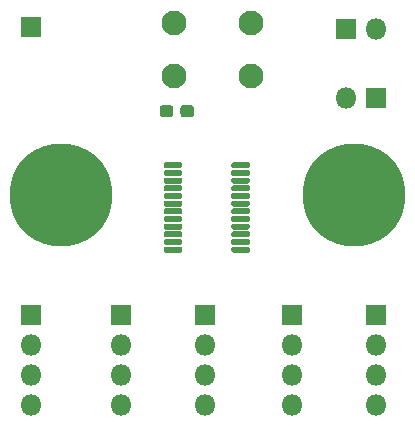
<source format=gbr>
%TF.GenerationSoftware,KiCad,Pcbnew,(5.1.6)-1*%
%TF.CreationDate,2020-09-04T22:07:04+02:00*%
%TF.ProjectId,gpioexpander,6770696f-6578-4706-916e-6465722e6b69,rev?*%
%TF.SameCoordinates,Original*%
%TF.FileFunction,Soldermask,Top*%
%TF.FilePolarity,Negative*%
%FSLAX46Y46*%
G04 Gerber Fmt 4.6, Leading zero omitted, Abs format (unit mm)*
G04 Created by KiCad (PCBNEW (5.1.6)-1) date 2020-09-04 22:07:04*
%MOMM*%
%LPD*%
G01*
G04 APERTURE LIST*
%ADD10C,1.000000*%
%ADD11C,8.700000*%
%ADD12R,1.800000X1.800000*%
%ADD13O,1.800000X1.800000*%
%ADD14C,2.100000*%
G04 APERTURE END LIST*
%TO.C,U1*%
G36*
G01*
X122344000Y-69975000D02*
X122344000Y-69725000D01*
G75*
G02*
X122469000Y-69600000I125000J0D01*
G01*
X123794000Y-69600000D01*
G75*
G02*
X123919000Y-69725000I0J-125000D01*
G01*
X123919000Y-69975000D01*
G75*
G02*
X123794000Y-70100000I-125000J0D01*
G01*
X122469000Y-70100000D01*
G75*
G02*
X122344000Y-69975000I0J125000D01*
G01*
G37*
G36*
G01*
X122344000Y-70625000D02*
X122344000Y-70375000D01*
G75*
G02*
X122469000Y-70250000I125000J0D01*
G01*
X123794000Y-70250000D01*
G75*
G02*
X123919000Y-70375000I0J-125000D01*
G01*
X123919000Y-70625000D01*
G75*
G02*
X123794000Y-70750000I-125000J0D01*
G01*
X122469000Y-70750000D01*
G75*
G02*
X122344000Y-70625000I0J125000D01*
G01*
G37*
G36*
G01*
X122344000Y-71275000D02*
X122344000Y-71025000D01*
G75*
G02*
X122469000Y-70900000I125000J0D01*
G01*
X123794000Y-70900000D01*
G75*
G02*
X123919000Y-71025000I0J-125000D01*
G01*
X123919000Y-71275000D01*
G75*
G02*
X123794000Y-71400000I-125000J0D01*
G01*
X122469000Y-71400000D01*
G75*
G02*
X122344000Y-71275000I0J125000D01*
G01*
G37*
G36*
G01*
X122344000Y-71925000D02*
X122344000Y-71675000D01*
G75*
G02*
X122469000Y-71550000I125000J0D01*
G01*
X123794000Y-71550000D01*
G75*
G02*
X123919000Y-71675000I0J-125000D01*
G01*
X123919000Y-71925000D01*
G75*
G02*
X123794000Y-72050000I-125000J0D01*
G01*
X122469000Y-72050000D01*
G75*
G02*
X122344000Y-71925000I0J125000D01*
G01*
G37*
G36*
G01*
X122344000Y-72575000D02*
X122344000Y-72325000D01*
G75*
G02*
X122469000Y-72200000I125000J0D01*
G01*
X123794000Y-72200000D01*
G75*
G02*
X123919000Y-72325000I0J-125000D01*
G01*
X123919000Y-72575000D01*
G75*
G02*
X123794000Y-72700000I-125000J0D01*
G01*
X122469000Y-72700000D01*
G75*
G02*
X122344000Y-72575000I0J125000D01*
G01*
G37*
G36*
G01*
X122344000Y-73225000D02*
X122344000Y-72975000D01*
G75*
G02*
X122469000Y-72850000I125000J0D01*
G01*
X123794000Y-72850000D01*
G75*
G02*
X123919000Y-72975000I0J-125000D01*
G01*
X123919000Y-73225000D01*
G75*
G02*
X123794000Y-73350000I-125000J0D01*
G01*
X122469000Y-73350000D01*
G75*
G02*
X122344000Y-73225000I0J125000D01*
G01*
G37*
G36*
G01*
X122344000Y-73875000D02*
X122344000Y-73625000D01*
G75*
G02*
X122469000Y-73500000I125000J0D01*
G01*
X123794000Y-73500000D01*
G75*
G02*
X123919000Y-73625000I0J-125000D01*
G01*
X123919000Y-73875000D01*
G75*
G02*
X123794000Y-74000000I-125000J0D01*
G01*
X122469000Y-74000000D01*
G75*
G02*
X122344000Y-73875000I0J125000D01*
G01*
G37*
G36*
G01*
X122344000Y-74525000D02*
X122344000Y-74275000D01*
G75*
G02*
X122469000Y-74150000I125000J0D01*
G01*
X123794000Y-74150000D01*
G75*
G02*
X123919000Y-74275000I0J-125000D01*
G01*
X123919000Y-74525000D01*
G75*
G02*
X123794000Y-74650000I-125000J0D01*
G01*
X122469000Y-74650000D01*
G75*
G02*
X122344000Y-74525000I0J125000D01*
G01*
G37*
G36*
G01*
X122344000Y-75175000D02*
X122344000Y-74925000D01*
G75*
G02*
X122469000Y-74800000I125000J0D01*
G01*
X123794000Y-74800000D01*
G75*
G02*
X123919000Y-74925000I0J-125000D01*
G01*
X123919000Y-75175000D01*
G75*
G02*
X123794000Y-75300000I-125000J0D01*
G01*
X122469000Y-75300000D01*
G75*
G02*
X122344000Y-75175000I0J125000D01*
G01*
G37*
G36*
G01*
X122344000Y-75825000D02*
X122344000Y-75575000D01*
G75*
G02*
X122469000Y-75450000I125000J0D01*
G01*
X123794000Y-75450000D01*
G75*
G02*
X123919000Y-75575000I0J-125000D01*
G01*
X123919000Y-75825000D01*
G75*
G02*
X123794000Y-75950000I-125000J0D01*
G01*
X122469000Y-75950000D01*
G75*
G02*
X122344000Y-75825000I0J125000D01*
G01*
G37*
G36*
G01*
X122344000Y-76475000D02*
X122344000Y-76225000D01*
G75*
G02*
X122469000Y-76100000I125000J0D01*
G01*
X123794000Y-76100000D01*
G75*
G02*
X123919000Y-76225000I0J-125000D01*
G01*
X123919000Y-76475000D01*
G75*
G02*
X123794000Y-76600000I-125000J0D01*
G01*
X122469000Y-76600000D01*
G75*
G02*
X122344000Y-76475000I0J125000D01*
G01*
G37*
G36*
G01*
X122344000Y-77125000D02*
X122344000Y-76875000D01*
G75*
G02*
X122469000Y-76750000I125000J0D01*
G01*
X123794000Y-76750000D01*
G75*
G02*
X123919000Y-76875000I0J-125000D01*
G01*
X123919000Y-77125000D01*
G75*
G02*
X123794000Y-77250000I-125000J0D01*
G01*
X122469000Y-77250000D01*
G75*
G02*
X122344000Y-77125000I0J125000D01*
G01*
G37*
G36*
G01*
X116619000Y-77125000D02*
X116619000Y-76875000D01*
G75*
G02*
X116744000Y-76750000I125000J0D01*
G01*
X118069000Y-76750000D01*
G75*
G02*
X118194000Y-76875000I0J-125000D01*
G01*
X118194000Y-77125000D01*
G75*
G02*
X118069000Y-77250000I-125000J0D01*
G01*
X116744000Y-77250000D01*
G75*
G02*
X116619000Y-77125000I0J125000D01*
G01*
G37*
G36*
G01*
X116619000Y-76475000D02*
X116619000Y-76225000D01*
G75*
G02*
X116744000Y-76100000I125000J0D01*
G01*
X118069000Y-76100000D01*
G75*
G02*
X118194000Y-76225000I0J-125000D01*
G01*
X118194000Y-76475000D01*
G75*
G02*
X118069000Y-76600000I-125000J0D01*
G01*
X116744000Y-76600000D01*
G75*
G02*
X116619000Y-76475000I0J125000D01*
G01*
G37*
G36*
G01*
X116619000Y-75825000D02*
X116619000Y-75575000D01*
G75*
G02*
X116744000Y-75450000I125000J0D01*
G01*
X118069000Y-75450000D01*
G75*
G02*
X118194000Y-75575000I0J-125000D01*
G01*
X118194000Y-75825000D01*
G75*
G02*
X118069000Y-75950000I-125000J0D01*
G01*
X116744000Y-75950000D01*
G75*
G02*
X116619000Y-75825000I0J125000D01*
G01*
G37*
G36*
G01*
X116619000Y-75175000D02*
X116619000Y-74925000D01*
G75*
G02*
X116744000Y-74800000I125000J0D01*
G01*
X118069000Y-74800000D01*
G75*
G02*
X118194000Y-74925000I0J-125000D01*
G01*
X118194000Y-75175000D01*
G75*
G02*
X118069000Y-75300000I-125000J0D01*
G01*
X116744000Y-75300000D01*
G75*
G02*
X116619000Y-75175000I0J125000D01*
G01*
G37*
G36*
G01*
X116619000Y-74525000D02*
X116619000Y-74275000D01*
G75*
G02*
X116744000Y-74150000I125000J0D01*
G01*
X118069000Y-74150000D01*
G75*
G02*
X118194000Y-74275000I0J-125000D01*
G01*
X118194000Y-74525000D01*
G75*
G02*
X118069000Y-74650000I-125000J0D01*
G01*
X116744000Y-74650000D01*
G75*
G02*
X116619000Y-74525000I0J125000D01*
G01*
G37*
G36*
G01*
X116619000Y-73875000D02*
X116619000Y-73625000D01*
G75*
G02*
X116744000Y-73500000I125000J0D01*
G01*
X118069000Y-73500000D01*
G75*
G02*
X118194000Y-73625000I0J-125000D01*
G01*
X118194000Y-73875000D01*
G75*
G02*
X118069000Y-74000000I-125000J0D01*
G01*
X116744000Y-74000000D01*
G75*
G02*
X116619000Y-73875000I0J125000D01*
G01*
G37*
G36*
G01*
X116619000Y-73225000D02*
X116619000Y-72975000D01*
G75*
G02*
X116744000Y-72850000I125000J0D01*
G01*
X118069000Y-72850000D01*
G75*
G02*
X118194000Y-72975000I0J-125000D01*
G01*
X118194000Y-73225000D01*
G75*
G02*
X118069000Y-73350000I-125000J0D01*
G01*
X116744000Y-73350000D01*
G75*
G02*
X116619000Y-73225000I0J125000D01*
G01*
G37*
G36*
G01*
X116619000Y-72575000D02*
X116619000Y-72325000D01*
G75*
G02*
X116744000Y-72200000I125000J0D01*
G01*
X118069000Y-72200000D01*
G75*
G02*
X118194000Y-72325000I0J-125000D01*
G01*
X118194000Y-72575000D01*
G75*
G02*
X118069000Y-72700000I-125000J0D01*
G01*
X116744000Y-72700000D01*
G75*
G02*
X116619000Y-72575000I0J125000D01*
G01*
G37*
G36*
G01*
X116619000Y-71925000D02*
X116619000Y-71675000D01*
G75*
G02*
X116744000Y-71550000I125000J0D01*
G01*
X118069000Y-71550000D01*
G75*
G02*
X118194000Y-71675000I0J-125000D01*
G01*
X118194000Y-71925000D01*
G75*
G02*
X118069000Y-72050000I-125000J0D01*
G01*
X116744000Y-72050000D01*
G75*
G02*
X116619000Y-71925000I0J125000D01*
G01*
G37*
G36*
G01*
X116619000Y-71275000D02*
X116619000Y-71025000D01*
G75*
G02*
X116744000Y-70900000I125000J0D01*
G01*
X118069000Y-70900000D01*
G75*
G02*
X118194000Y-71025000I0J-125000D01*
G01*
X118194000Y-71275000D01*
G75*
G02*
X118069000Y-71400000I-125000J0D01*
G01*
X116744000Y-71400000D01*
G75*
G02*
X116619000Y-71275000I0J125000D01*
G01*
G37*
G36*
G01*
X116619000Y-70625000D02*
X116619000Y-70375000D01*
G75*
G02*
X116744000Y-70250000I125000J0D01*
G01*
X118069000Y-70250000D01*
G75*
G02*
X118194000Y-70375000I0J-125000D01*
G01*
X118194000Y-70625000D01*
G75*
G02*
X118069000Y-70750000I-125000J0D01*
G01*
X116744000Y-70750000D01*
G75*
G02*
X116619000Y-70625000I0J125000D01*
G01*
G37*
G36*
G01*
X116619000Y-69975000D02*
X116619000Y-69725000D01*
G75*
G02*
X116744000Y-69600000I125000J0D01*
G01*
X118069000Y-69600000D01*
G75*
G02*
X118194000Y-69725000I0J-125000D01*
G01*
X118194000Y-69975000D01*
G75*
G02*
X118069000Y-70100000I-125000J0D01*
G01*
X116744000Y-70100000D01*
G75*
G02*
X116619000Y-69975000I0J125000D01*
G01*
G37*
%TD*%
D10*
%TO.C,H2*%
X110230419Y-70109581D03*
X107950000Y-69165000D03*
X105669581Y-70109581D03*
X104725000Y-72390000D03*
X105669581Y-74670419D03*
X107950000Y-75615000D03*
X110230419Y-74670419D03*
X111175000Y-72390000D03*
D11*
X107950000Y-72390000D03*
%TD*%
D10*
%TO.C,H1*%
X134995419Y-70109581D03*
X132715000Y-69165000D03*
X130434581Y-70109581D03*
X129490000Y-72390000D03*
X130434581Y-74670419D03*
X132715000Y-75615000D03*
X134995419Y-74670419D03*
X135940000Y-72390000D03*
D11*
X132715000Y-72390000D03*
%TD*%
%TO.C,R2*%
G36*
G01*
X118043000Y-65540500D02*
X118043000Y-65015500D01*
G75*
G02*
X118305500Y-64753000I262500J0D01*
G01*
X118930500Y-64753000D01*
G75*
G02*
X119193000Y-65015500I0J-262500D01*
G01*
X119193000Y-65540500D01*
G75*
G02*
X118930500Y-65803000I-262500J0D01*
G01*
X118305500Y-65803000D01*
G75*
G02*
X118043000Y-65540500I0J262500D01*
G01*
G37*
G36*
G01*
X116293000Y-65540500D02*
X116293000Y-65015500D01*
G75*
G02*
X116555500Y-64753000I262500J0D01*
G01*
X117180500Y-64753000D01*
G75*
G02*
X117443000Y-65015500I0J-262500D01*
G01*
X117443000Y-65540500D01*
G75*
G02*
X117180500Y-65803000I-262500J0D01*
G01*
X116555500Y-65803000D01*
G75*
G02*
X116293000Y-65540500I0J262500D01*
G01*
G37*
%TD*%
D12*
%TO.C,J8*%
X105410000Y-58166000D03*
%TD*%
D13*
%TO.C,J1*%
X134620000Y-58293000D03*
D12*
X132080000Y-58293000D03*
%TD*%
D14*
%TO.C,SW1*%
X123975000Y-57785000D03*
X123975000Y-62285000D03*
X117475000Y-57785000D03*
X117475000Y-62285000D03*
%TD*%
D13*
%TO.C,J7*%
X134620000Y-90170000D03*
X134620000Y-87630000D03*
X134620000Y-85090000D03*
D12*
X134620000Y-82550000D03*
%TD*%
D13*
%TO.C,J6*%
X127508000Y-90170000D03*
X127508000Y-87630000D03*
X127508000Y-85090000D03*
D12*
X127508000Y-82550000D03*
%TD*%
D13*
%TO.C,J5*%
X120142000Y-90170000D03*
X120142000Y-87630000D03*
X120142000Y-85090000D03*
D12*
X120142000Y-82550000D03*
%TD*%
D13*
%TO.C,J4*%
X113030000Y-90170000D03*
X113030000Y-87630000D03*
X113030000Y-85090000D03*
D12*
X113030000Y-82550000D03*
%TD*%
D13*
%TO.C,J3*%
X105410000Y-90170000D03*
X105410000Y-87630000D03*
X105410000Y-85090000D03*
D12*
X105410000Y-82550000D03*
%TD*%
D13*
%TO.C,J2*%
X132080000Y-64135000D03*
D12*
X134620000Y-64135000D03*
%TD*%
M02*

</source>
